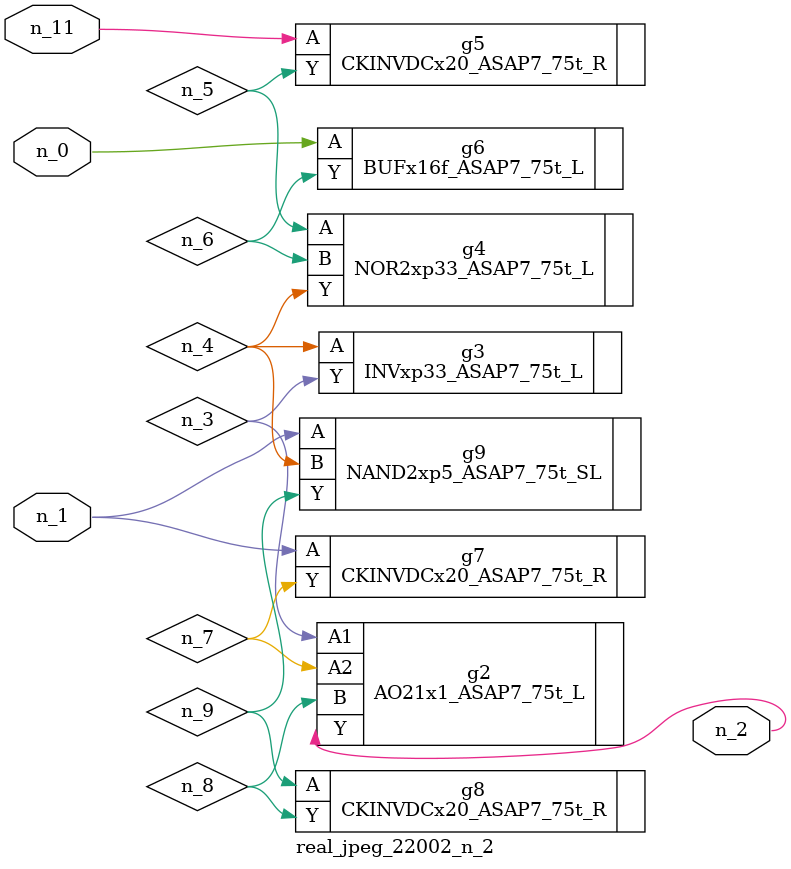
<source format=v>
module real_jpeg_22002_n_2 (n_1, n_11, n_0, n_2);

input n_1;
input n_11;
input n_0;

output n_2;

wire n_5;
wire n_4;
wire n_8;
wire n_6;
wire n_7;
wire n_3;
wire n_9;

BUFx16f_ASAP7_75t_L g6 ( 
.A(n_0),
.Y(n_6)
);

CKINVDCx20_ASAP7_75t_R g7 ( 
.A(n_1),
.Y(n_7)
);

NAND2xp5_ASAP7_75t_SL g9 ( 
.A(n_1),
.B(n_4),
.Y(n_9)
);

AO21x1_ASAP7_75t_L g2 ( 
.A1(n_3),
.A2(n_7),
.B(n_8),
.Y(n_2)
);

INVxp33_ASAP7_75t_L g3 ( 
.A(n_4),
.Y(n_3)
);

NOR2xp33_ASAP7_75t_L g4 ( 
.A(n_5),
.B(n_6),
.Y(n_4)
);

CKINVDCx20_ASAP7_75t_R g8 ( 
.A(n_9),
.Y(n_8)
);

CKINVDCx20_ASAP7_75t_R g5 ( 
.A(n_11),
.Y(n_5)
);


endmodule
</source>
